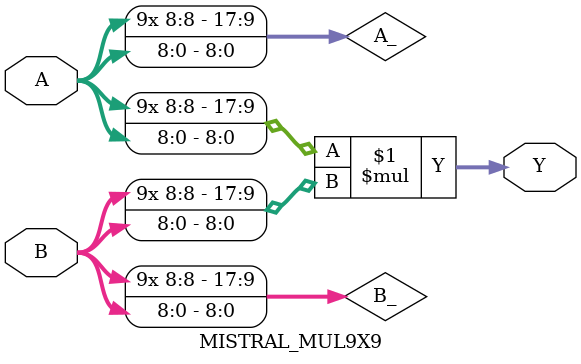
<source format=v>
`default_nettype none

(* abc9_box *)
module MISTRAL_MUL27X27(input [26:0] A, input [26:0] B, output [53:0] Y);

parameter A_SIGNED = 1;
parameter B_SIGNED = 1;

`ifdef cyclonev
specify
    (A *> Y) = 3732;
    (B *> Y) = 3928;
endspecify
`endif
`ifdef arriav
// NOTE: Arria V appears to have only one set of timings for all DSP modes...
specify
    (A *> Y) = 1895;
    (B *> Y) = 2053;
endspecify
`endif
`ifdef cyclone10gx
// TODO: Cyclone 10 GX timings; the below are for Cyclone V
specify
    (A *> Y) = 3732;
    (B *> Y) = 3928;
endspecify
`endif

wire [53:0] A_, B_;

if (A_SIGNED)
    assign A_ = $signed(A);
else
    assign A_ = $unsigned(A);

if (B_SIGNED)
    assign B_ = $signed(B);
else
    assign B_ = $unsigned(B);

assign Y = A_ * B_;

endmodule

(* abc9_box *)
module MISTRAL_MUL18X18(input [17:0] A, input [17:0] B, output [35:0] Y);

parameter A_SIGNED = 1;
parameter B_SIGNED = 1;

`ifdef cyclonev
specify
    (A *> Y) = 3180;
    (B *> Y) = 3982;
endspecify
`endif
`ifdef arriav
// NOTE: Arria V appears to have only one set of timings for all DSP modes...
specify
    (A *> Y) = 1895;
    (B *> Y) = 2053;
endspecify
`endif
`ifdef cyclone10gx
// TODO: Cyclone 10 GX timings; the below are for Cyclone V
specify
    (A *> Y) = 3180;
    (B *> Y) = 3982;
endspecify
`endif

wire [35:0] A_, B_;

if (A_SIGNED)
    assign A_ = $signed(A);
else
    assign A_ = $unsigned(A);

if (B_SIGNED)
    assign B_ = $signed(B);
else
    assign B_ = $unsigned(B);

assign Y = A_ * B_;

endmodule

(* abc9_box *)
module MISTRAL_MUL9X9(input [8:0] A, input [8:0] B, output [17:0] Y);

parameter A_SIGNED = 1;
parameter B_SIGNED = 1;

`ifdef cyclonev
specify
    (A *> Y) = 2818;
    (B *> Y) = 3051;
endspecify
`endif
`ifdef arriav
// NOTE: Arria V appears to have only one set of timings for all DSP modes...
specify
    (A *> Y) = 1895;
    (B *> Y) = 2053;
endspecify
`endif
`ifdef cyclone10gx
// TODO: Cyclone 10 GX timings; the below are for Cyclone V
specify
    (A *> Y) = 2818;
    (B *> Y) = 3051;
endspecify
`endif

wire [17:0] A_, B_;

if (A_SIGNED)
    assign A_ = $signed(A);
else
    assign A_ = $unsigned(A);

if (B_SIGNED)
    assign B_ = $signed(B);
else
    assign B_ = $unsigned(B);

assign Y = A_ * B_;

endmodule

</source>
